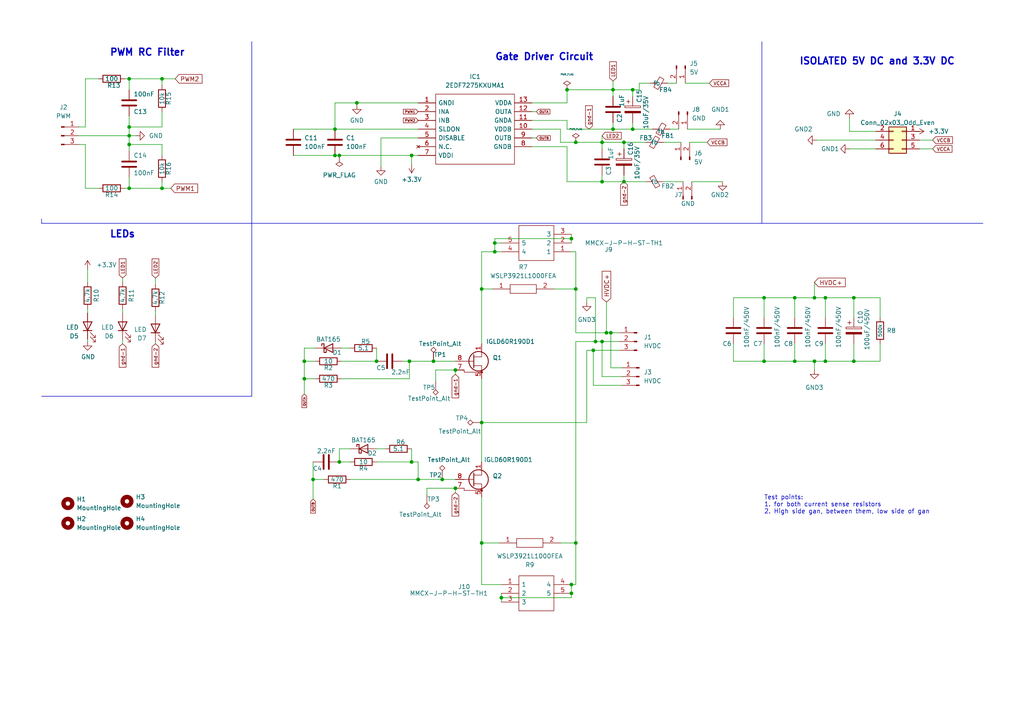
<source format=kicad_sch>
(kicad_sch (version 20230121) (generator eeschema)
  (paper "A4")
  (lib_symbols
    (symbol "2EDF7275KXUMA1:2EDF7275KXUMA1" (pin_names (offset 0.762))
      (property "Reference" "IC" (at 29.21 7.62 0))
      (property "Value" "2EDF7275KXUMA1" (at 29.21 5.08 0))
      (symbol "2EDF7275KXUMA1_0_0"
        (pin passive line (at 0 0 0) (length 5.08) (name "GNDI") (number "1"))
        (pin passive line (at 33.02 -7.62 180) (length 5.08) (name "VDDB") (number "10"))
        (pin passive line (at 33.02 -5.08 180) (length 5.08) (name "GNDA") (number "11"))
        (pin passive line (at 33.02 -2.54 180) (length 5.08) (name "OUTA") (number "12"))
        (pin passive line (at 33.02 0 180) (length 5.08) (name "VDDA") (number "13"))
        (pin passive line (at 0 -2.54 0) (length 5.08) (name "INA") (number "2"))
        (pin passive line (at 0 -5.08 0) (length 5.08) (name "INB") (number "3"))
        (pin passive line (at 0 -7.62 0) (length 5.08) (name "SLDON") (number "4"))
        (pin passive line (at 0 -10.16 0) (length 5.08) (name "DISABLE") (number "5"))
        (pin no_connect line (at 0 -12.7 0) (length 5.08) (name "N.C.") (number "6"))
        (pin passive line (at 0 -15.24 0) (length 5.08) (name "VDDI") (number "7"))
        (pin passive line (at 33.02 -12.7 180) (length 5.08) (name "GNDB") (number "8"))
        (pin passive line (at 33.02 -10.16 180) (length 5.08) (name "OUTB") (number "9"))
      )
      (symbol "2EDF7275KXUMA1_0_1"
        (polyline (pts (xy 5.08 2.54) (xy 27.94 2.54) (xy 27.94 -17.78) (xy 5.08 -17.78) (xy 5.08 2.54)) (stroke (width 0.1524)))
      )
    )
    (symbol "Connector:Conn_01x02_Male" (pin_names (offset 1.016) hide)
      (property "Reference" "J" (at 0 2.54 0))
      (property "Value" "Conn_01x02_Male" (at 0 -5.08 0))
      (symbol "Conn_01x02_Male_1_1"
        (polyline (pts (xy 1.27 -2.54) (xy 0.8636 -2.54)) (stroke (width 0.1524)))
        (polyline (pts (xy 1.27 0) (xy 0.8636 0)) (stroke (width 0.1524)))
        (rectangle (start 0.8636 -2.413) (end 0 -2.667) (stroke (width 0.1524)) (fill (type outline)))
        (rectangle (start 0.8636 0.127) (end 0 -0.127) (stroke (width 0.1524)) (fill (type outline)))
        (pin passive line (at 5.08 0 180) (length 3.81) (name "Pin_1") (number "1"))
        (pin passive line (at 5.08 -2.54 180) (length 3.81) (name "Pin_2") (number "2"))
      )
    )
    (symbol "Connector:Conn_01x03_Male" (pin_names (offset 1.016) hide)
      (property "Reference" "J" (at 0 5.08 0))
      (property "Value" "Conn_01x03_Male" (at 0 -5.08 0))
      (symbol "Conn_01x03_Male_1_1"
        (polyline (pts (xy 1.27 -2.54) (xy 0.8636 -2.54)) (stroke (width 0.1524)))
        (polyline (pts (xy 1.27 0) (xy 0.8636 0)) (stroke (width 0.1524)))
        (polyline (pts (xy 1.27 2.54) (xy 0.8636 2.54)) (stroke (width 0.1524)))
        (rectangle (start 0.8636 -2.413) (end 0 -2.667) (stroke (width 0.1524)) (fill (type outline)))
        (rectangle (start 0.8636 0.127) (end 0 -0.127) (stroke (width 0.1524)) (fill (type outline)))
        (rectangle (start 0.8636 2.667) (end 0 2.413) (stroke (width 0.1524)) (fill (type outline)))
        (pin passive line (at 5.08 2.54 180) (length 3.81) (name "Pin_1") (number "1"))
        (pin passive line (at 5.08 0 180) (length 3.81) (name "Pin_2") (number "2"))
        (pin passive line (at 5.08 -2.54 180) (length 3.81) (name "Pin_3") (number "3"))
      )
    )
    (symbol "Connector:TestPoint_Alt" (pin_numbers hide) (pin_names (offset 0.762) hide)
      (property "Reference" "TP" (at 0 6.858 0))
      (property "Value" "TestPoint_Alt" (at 0 5.08 0))
      (symbol "TestPoint_Alt_0_1"
        (polyline (pts (xy 0 2.54) (xy -0.762 3.302) (xy 0 4.064) (xy 0.762 3.302) (xy 0 2.54)))
      )
      (symbol "TestPoint_Alt_1_1"
        (pin passive line (at 0 0 90) (length 2.54) (name "1") (number "1"))
      )
    )
    (symbol "Connector_Generic:Conn_02x03_Odd_Even" (pin_names (offset 1.016) hide)
      (property "Reference" "J" (at 1.27 5.08 0))
      (property "Value" "Conn_02x03_Odd_Even" (at 1.27 -5.08 0))
      (symbol "Conn_02x03_Odd_Even_1_1"
        (rectangle (start -1.27 -2.413) (end 0 -2.667) (stroke (width 0.1524)))
        (rectangle (start -1.27 0.127) (end 0 -0.127) (stroke (width 0.1524)))
        (rectangle (start -1.27 2.667) (end 0 2.413) (stroke (width 0.1524)))
        (rectangle (start -1.27 3.81) (end 3.81 -3.81) (stroke (width 0.254)) (fill (type background)))
        (rectangle (start 3.81 -2.413) (end 2.54 -2.667) (stroke (width 0.1524)))
        (rectangle (start 3.81 0.127) (end 2.54 -0.127) (stroke (width 0.1524)))
        (rectangle (start 3.81 2.667) (end 2.54 2.413) (stroke (width 0.1524)))
        (pin passive line (at -5.08 2.54 0) (length 3.81) (name "Pin_1") (number "1"))
        (pin passive line (at 7.62 2.54 180) (length 3.81) (name "Pin_2") (number "2"))
        (pin passive line (at -5.08 0 0) (length 3.81) (name "Pin_3") (number "3"))
        (pin passive line (at 7.62 0 180) (length 3.81) (name "Pin_4") (number "4"))
        (pin passive line (at -5.08 -2.54 0) (length 3.81) (name "Pin_5") (number "5"))
        (pin passive line (at 7.62 -2.54 180) (length 3.81) (name "Pin_6") (number "6"))
      )
    )
    (symbol "Device:C" (pin_numbers hide) (pin_names (offset 0.254))
      (property "Reference" "C" (at 0.635 2.54 0))
      (property "Value" "C" (at 0.635 -2.54 0))
      (symbol "C_0_1"
        (polyline (pts (xy -2.032 -0.762) (xy 2.032 -0.762)) (stroke (width 0.508)))
        (polyline (pts (xy -2.032 0.762) (xy 2.032 0.762)) (stroke (width 0.508)))
      )
      (symbol "C_1_1"
        (pin passive line (at 0 3.81 270) (length 2.794) (name "~") (number "1"))
        (pin passive line (at 0 -3.81 90) (length 2.794) (name "~") (number "2"))
      )
    )
    (symbol "Device:C_Polarized" (pin_numbers hide) (pin_names (offset 0.254))
      (property "Reference" "C" (at 0.635 2.54 0))
      (property "Value" "C_Polarized" (at 0.635 -2.54 0))
      (symbol "C_Polarized_0_1"
        (rectangle (start -2.286 0.508) (end 2.286 1.016))
        (polyline (pts (xy -1.778 2.286) (xy -0.762 2.286)))
        (polyline (pts (xy -1.27 2.794) (xy -1.27 1.778)))
        (rectangle (start 2.286 -0.508) (end -2.286 -1.016) (fill (type outline)))
      )
      (symbol "C_Polarized_1_1"
        (pin passive line (at 0 3.81 270) (length 2.794) (name "~") (number "1"))
        (pin passive line (at 0 -3.81 90) (length 2.794) (name "~") (number "2"))
      )
    )
    (symbol "Device:D_Schottky" (pin_numbers hide) (pin_names (offset 1.016) hide)
      (property "Reference" "D" (at 0 2.54 0))
      (property "Value" "D_Schottky" (at 0 -2.54 0))
      (symbol "D_Schottky_0_1"
        (polyline (pts (xy 1.27 0) (xy -1.27 0)))
        (polyline (pts (xy 1.27 1.27) (xy 1.27 -1.27) (xy -1.27 0) (xy 1.27 1.27)) (stroke (width 0.254)))
        (polyline (pts (xy -1.905 0.635) (xy -1.905 1.27) (xy -1.27 1.27) (xy -1.27 -1.27) (xy -0.635 -1.27) (xy -0.635 -0.635)) (stroke (width 0.254)))
      )
      (symbol "D_Schottky_1_1"
        (pin passive line (at -3.81 0 0) (length 2.54) (name "K") (number "1"))
        (pin passive line (at 3.81 0 180) (length 2.54) (name "A") (number "2"))
      )
    )
    (symbol "Device:FerriteBead_Small" (pin_numbers hide) (pin_names (offset 0))
      (property "Reference" "FB" (at 1.905 1.27 0))
      (property "Value" "FerriteBead_Small" (at 1.905 -1.27 0))
      (symbol "FerriteBead_Small_0_1"
        (polyline (pts (xy 0 -1.27) (xy 0 -0.7874)))
        (polyline (pts (xy 0 0.889) (xy 0 1.2954)))
        (polyline (pts (xy -1.8288 0.2794) (xy -1.1176 1.4986) (xy 1.8288 -0.2032) (xy 1.1176 -1.4224) (xy -1.8288 0.2794)))
      )
      (symbol "FerriteBead_Small_1_1"
        (pin passive line (at 0 2.54 270) (length 1.27) (name "~") (number "1"))
        (pin passive line (at 0 -2.54 90) (length 1.27) (name "~") (number "2"))
      )
    )
    (symbol "Device:LED" (pin_numbers hide) (pin_names (offset 1.016) hide)
      (property "Reference" "D" (at 0 2.54 0))
      (property "Value" "LED" (at 0 -2.54 0))
      (symbol "LED_0_1"
        (polyline (pts (xy -1.27 -1.27) (xy -1.27 1.27)) (stroke (width 0.254)))
        (polyline (pts (xy -1.27 0) (xy 1.27 0)))
        (polyline (pts (xy 1.27 -1.27) (xy 1.27 1.27) (xy -1.27 0) (xy 1.27 -1.27)) (stroke (width 0.254)))
        (polyline (pts (xy -3.048 -0.762) (xy -4.572 -2.286) (xy -3.81 -2.286) (xy -4.572 -2.286) (xy -4.572 -1.524)))
        (polyline (pts (xy -1.778 -0.762) (xy -3.302 -2.286) (xy -2.54 -2.286) (xy -3.302 -2.286) (xy -3.302 -1.524)))
      )
      (symbol "LED_1_1"
        (pin passive line (at -3.81 0 0) (length 2.54) (name "K") (number "1"))
        (pin passive line (at 3.81 0 180) (length 2.54) (name "A") (number "2"))
      )
    )
    (symbol "Device:R" (pin_numbers hide) (pin_names (offset 0))
      (property "Reference" "R" (at 2.032 0 90))
      (property "Value" "R" (at 0 0 90))
      (symbol "R_0_1"
        (rectangle (start -1.016 -2.54) (end 1.016 2.54) (stroke (width 0.254)))
      )
      (symbol "R_1_1"
        (pin passive line (at 0 3.81 270) (length 1.27) (name "~") (number "1"))
        (pin passive line (at 0 -3.81 90) (length 1.27) (name "~") (number "2"))
      )
    )
    (symbol "MMCX-J-P-H-ST-TH1:MMCX-J-P-H-ST-TH1" (pin_names (offset 0.762))
      (property "Reference" "J" (at 16.51 7.62 0))
      (property "Value" "MMCX-J-P-H-ST-TH1" (at 16.51 5.08 0))
      (symbol "MMCX-J-P-H-ST-TH1_0_0"
        (pin passive line (at 0 0 0) (length 5.08) (name "1") (number "1"))
        (pin passive line (at 0 -2.54 0) (length 5.08) (name "2") (number "2"))
        (pin passive line (at 0 -5.08 0) (length 5.08) (name "3") (number "3"))
        (pin passive line (at 20.32 0 180) (length 5.08) (name "4") (number "4"))
        (pin passive line (at 20.32 -2.54 180) (length 5.08) (name "5") (number "5"))
      )
      (symbol "MMCX-J-P-H-ST-TH1_0_1"
        (polyline (pts (xy 5.08 2.54) (xy 15.24 2.54) (xy 15.24 -7.62) (xy 5.08 -7.62) (xy 5.08 2.54)) (stroke (width 0.1524)))
      )
    )
    (symbol "Mechanical:MountingHole" (pin_names (offset 1.016))
      (property "Reference" "H" (at 0 5.08 0))
      (property "Value" "MountingHole" (at 0 3.175 0))
      (symbol "MountingHole_0_1"
        (circle (center 0 0) (radius 1.27) (stroke (width 1.27)))
      )
    )
    (symbol "Transistor_FET:IGLD60R190D1" (pin_names (offset 0) hide)
      (property "Reference" "Q" (at 5.08 1.905 0))
      (property "Value" "IGLD60R190D1" (at 5.08 0 0))
      (symbol "IGLD60R190D1_0_1"
        (polyline (pts (xy -2.54 0) (xy 0.254 0)))
        (polyline (pts (xy -2.54 -2.54) (xy -2.54 -3.175) (xy 2.54 -3.175)))
        (polyline (pts (xy 0.254 -1.27) (xy 2.54 -1.27) (xy 2.54 -2.54)))
        (polyline (pts (xy 0.254 1.905) (xy 0.254 -1.905) (xy 0.254 -1.905)) (stroke (width 0.254)))
        (polyline (pts (xy 2.54 2.54) (xy 2.54 1.27) (xy 0.254 1.27)))
        (circle (center 1.651 0) (radius 2.8194) (stroke (width 0.254)))
        (circle (center 2.54 -3.175) (radius 0.2794) (fill (type outline)))
      )
      (symbol "IGLD60R190D1_1_1"
        (pin passive line (at 2.54 5.08 270) (length 2.54) (name "D") (number "1"))
        (pin passive line (at 2.54 5.08 270) (length 2.54) hide (name "D") (number "2"))
        (pin passive line (at 2.54 5.08 270) (length 2.54) hide (name "D") (number "3"))
        (pin passive line (at 2.54 5.08 270) (length 2.54) hide (name "D") (number "4"))
        (pin passive line (at 2.54 -5.08 90) (length 2.54) (name "S") (number "5"))
        (pin passive line (at 2.54 -5.08 90) (length 2.54) hide (name "S") (number "6"))
        (pin passive line (at -5.08 -2.54 0) (length 2.54) (name "SS") (number "7"))
        (pin input line (at -5.08 0 0) (length 2.54) (name "G") (number "8"))
        (pin passive line (at 2.54 -5.08 90) (length 2.54) hide (name "S") (number "9"))
      )
    )
    (symbol "WSLP3921L1000FEA:WSLP3921L1000FEA" (pin_names (offset 0.762))
      (property "Reference" "R" (at 13.97 6.35 0))
      (property "Value" "WSLP3921L1000FEA" (at 13.97 3.81 0))
      (symbol "WSLP3921L1000FEA_0_0"
        (pin passive line (at 0 0 0) (length 5.08) (name "~") (number "1"))
        (pin passive line (at 17.78 0 180) (length 5.08) (name "~") (number "2"))
      )
      (symbol "WSLP3921L1000FEA_0_1"
        (polyline (pts (xy 5.08 1.27) (xy 12.7 1.27) (xy 12.7 -1.27) (xy 5.08 -1.27) (xy 5.08 1.27)) (stroke (width 0.1524)))
      )
    )
    (symbol "power:+3.3V" (power) (pin_names (offset 0))
      (property "Value" "+3.3V" (at 0 3.556 0))
      (symbol "+3.3V_0_1"
        (polyline (pts (xy -0.762 1.27) (xy 0 2.54)))
        (polyline (pts (xy 0 0) (xy 0 2.54)))
        (polyline (pts (xy 0 2.54) (xy 0.762 1.27)))
      )
      (symbol "+3.3V_1_1"
        (pin power_in line (at 0 0 90) (length 0) hide (name "+3.3V") (number "1"))
      )
    )
    (symbol "power:GND" (power) (pin_names (offset 0))
      (property "Value" "GND" (at 0 -3.81 0))
      (symbol "GND_0_1"
        (polyline (pts (xy 0 0) (xy 0 -1.27) (xy 1.27 -1.27) (xy 0 -2.54) (xy -1.27 -1.27) (xy 0 -1.27)))
      )
      (symbol "GND_1_1"
        (pin power_in line (at 0 0 270) (length 0) hide (name "GND") (number "1"))
      )
    )
    (symbol "power:GND1" (power) (pin_names (offset 0))
      (property "Value" "GND1" (at 0 -3.81 0))
      (symbol "GND1_0_1"
        (polyline (pts (xy 0 0) (xy 0 -1.27) (xy 1.27 -1.27) (xy 0 -2.54) (xy -1.27 -1.27) (xy 0 -1.27)))
      )
      (symbol "GND1_1_1"
        (pin power_in line (at 0 0 270) (length 0) hide (name "GND1") (number "1"))
      )
    )
    (symbol "power:GND2" (power) (pin_names (offset 0))
      (property "Value" "GND2" (at 0 -3.81 0))
      (symbol "GND2_0_1"
        (polyline (pts (xy 0 0) (xy 0 -1.27) (xy 1.27 -1.27) (xy 0 -2.54) (xy -1.27 -1.27) (xy 0 -1.27)))
      )
      (symbol "GND2_1_1"
        (pin power_in line (at 0 0 270) (length 0) hide (name "GND2") (number "1"))
      )
    )
    (symbol "power:GND3" (power) (pin_names (offset 0))
      (property "Value" "GND3" (at 0 -3.81 0))
      (symbol "GND3_0_1"
        (polyline (pts (xy 0 0) (xy 0 -1.27) (xy 1.27 -1.27) (xy 0 -2.54) (xy -1.27 -1.27) (xy 0 -1.27)))
      )
      (symbol "GND3_1_1"
        (pin power_in line (at 0 0 270) (length 0) hide (name "GND3") (number "1"))
      )
    )
    (symbol "power:PWR_FLAG" (power) (pin_numbers hide) (pin_names (offset 0) hide)
      (property "Value" "PWR_FLAG" (at 0 3.81 0))
      (symbol "PWR_FLAG_0_0"
        (pin power_out line (at 0 0 90) (length 0) (name "pwr") (number "1"))
      )
      (symbol "PWR_FLAG_0_1"
        (polyline (pts (xy 0 0) (xy 0 1.27) (xy -1.016 1.905) (xy 0 2.54) (xy 1.016 1.905) (xy 0 1.27)))
      )
    )
  )
  (junction (at 183.515 26.035))
  (junction (at 247.65 104.775))
  (junction (at 139.7 83.82))
  (junction (at 37.465 54.61))
  (junction (at 145.415 173.355))
  (junction (at 109.22 104.775))
  (junction (at 177.165 96.52))
  (junction (at 98.425 45.085))
  (junction (at 230.505 104.775))
  (junction (at 177.8 26.035))
  (junction (at 236.22 86.36))
  (junction (at 119.38 45.085))
  (junction (at 119.38 133.985))
  (junction (at 97.155 37.465))
  (junction (at 230.505 86.36))
  (junction (at 180.975 52.705))
  (junction (at 172.72 99.06))
  (junction (at 88.265 104.775))
  (junction (at 37.465 41.91))
  (junction (at 174.625 41.275))
  (junction (at 236.22 104.775))
  (junction (at 97.155 45.085))
  (junction (at 174.625 52.705))
  (junction (at 46.99 22.86))
  (junction (at 175.895 96.52))
  (junction (at 139.7 122.555))
  (junction (at 103.505 29.845))
  (junction (at 90.805 139.065))
  (junction (at 46.99 54.61))
  (junction (at 132.08 141.605))
  (junction (at 132.08 107.315))
  (junction (at 98.425 133.985))
  (junction (at 37.465 36.83))
  (junction (at 165.735 169.545))
  (junction (at 239.395 86.36))
  (junction (at 143.51 73.025))
  (junction (at 143.51 70.485))
  (junction (at 165.735 69.215))
  (junction (at 128.27 139.065))
  (junction (at 139.7 157.48))
  (junction (at 164.465 26.035))
  (junction (at 183.515 37.465))
  (junction (at 118.745 104.775))
  (junction (at 167.005 83.82))
  (junction (at 239.395 104.775))
  (junction (at 172.085 101.6))
  (junction (at 37.465 39.37))
  (junction (at 37.465 22.86))
  (junction (at 174.625 99.06))
  (junction (at 88.265 109.855))
  (junction (at 167.005 157.48))
  (junction (at 121.285 139.065))
  (junction (at 165.735 172.085))
  (junction (at 180.975 41.275))
  (junction (at 125.73 104.775))
  (junction (at 247.65 86.36))
  (junction (at 221.615 104.775))
  (junction (at 221.615 86.36))
  (junction (at 167.005 41.275))
  (junction (at 177.8 37.465))
  (wire (pts (xy 98.425 130.175) (xy 101.6 130.175)))
  (wire (pts (xy 24.765 54.61) (xy 24.765 41.91)))
  (wire (pts (xy 164.465 42.545) (xy 154.305 42.545)))
  (wire (pts (xy 172.085 101.6) (xy 179.705 101.6)))
  (polyline (pts (xy 12.065 114.935) (xy 73.025 114.935)))
  (wire (pts (xy 98.425 45.085) (xy 98.425 45.72)))
  (wire (pts (xy 45.085 90.17) (xy 45.085 91.44)))
  (wire (pts (xy 97.155 37.465) (xy 121.285 37.465)))
  (wire (pts (xy 183.515 35.56) (xy 183.515 37.465)))
  (wire (pts (xy 177.8 27.94) (xy 177.8 26.035)))
  (wire (pts (xy 180.975 41.275) (xy 187.325 41.275)))
  (wire (pts (xy 99.06 104.775) (xy 109.22 104.775)))
  (wire (pts (xy 139.7 109.855) (xy 139.7 122.555)))
  (wire (pts (xy 180.34 106.68) (xy 177.165 106.68)))
  (wire (pts (xy 103.505 30.48) (xy 103.505 29.845)))
  (polyline (pts (xy 220.98 64.77) (xy 285.115 64.77)))
  (wire (pts (xy 266.7 40.64) (xy 270.51 40.64)))
  (wire (pts (xy 143.51 70.485) (xy 143.51 69.215)))
  (wire (pts (xy 143.51 69.215) (xy 165.735 69.215)))
  (wire (pts (xy 236.22 104.775) (xy 236.22 107.315)))
  (wire (pts (xy 154.305 40.005) (xy 155.575 40.005)))
  (wire (pts (xy 192.405 52.705) (xy 198.12 52.705)))
  (wire (pts (xy 239.395 86.36) (xy 236.22 86.36)))
  (wire (pts (xy 24.765 22.86) (xy 28.575 22.86)))
  (wire (pts (xy 165.735 169.545) (xy 167.005 169.545)))
  (wire (pts (xy 164.465 37.465) (xy 164.465 34.925)))
  (wire (pts (xy 192.405 41.275) (xy 197.485 41.275)))
  (wire (pts (xy 132.08 142.875) (xy 132.08 141.605)))
  (wire (pts (xy 177.165 106.68) (xy 177.165 96.52)))
  (polyline (pts (xy 220.98 12.065) (xy 220.98 64.77)))
  (wire (pts (xy 126.365 107.315) (xy 132.08 107.315)))
  (wire (pts (xy 165.735 172.085) (xy 165.735 173.355)))
  (wire (pts (xy 266.7 43.18) (xy 270.51 43.18)))
  (wire (pts (xy 85.09 37.465) (xy 97.155 37.465)))
  (wire (pts (xy 212.725 92.075) (xy 212.725 86.36)))
  (wire (pts (xy 145.415 73.025) (xy 143.51 73.025)))
  (wire (pts (xy 175.895 87.63) (xy 175.895 96.52)))
  (wire (pts (xy 174.625 41.275) (xy 180.975 41.275)))
  (wire (pts (xy 221.615 86.36) (xy 221.615 92.075)))
  (wire (pts (xy 165.735 67.945) (xy 165.735 69.215)))
  (wire (pts (xy 183.515 26.035) (xy 185.42 26.035)))
  (wire (pts (xy 110.49 40.005) (xy 110.49 48.26)))
  (wire (pts (xy 143.51 73.025) (xy 139.7 73.025)))
  (wire (pts (xy 164.465 29.845) (xy 164.465 26.035)))
  (wire (pts (xy 128.27 139.065) (xy 132.08 139.065)))
  (wire (pts (xy 175.895 96.52) (xy 177.165 96.52)))
  (wire (pts (xy 37.465 41.91) (xy 37.465 43.815)))
  (wire (pts (xy 165.735 69.215) (xy 165.735 70.485)))
  (wire (pts (xy 162.56 37.465) (xy 154.305 37.465)))
  (wire (pts (xy 183.515 37.465) (xy 189.23 37.465)))
  (wire (pts (xy 154.305 32.385) (xy 155.575 32.385)))
  (wire (pts (xy 230.505 86.36) (xy 230.505 92.075)))
  (wire (pts (xy 177.8 23.495) (xy 177.8 26.035)))
  (wire (pts (xy 212.725 104.775) (xy 212.725 99.695)))
  (wire (pts (xy 97.155 29.845) (xy 103.505 29.845)))
  (wire (pts (xy 170.18 122.555) (xy 170.18 101.6)))
  (wire (pts (xy 164.465 42.545) (xy 164.465 52.705)))
  (wire (pts (xy 167.005 41.275) (xy 174.625 41.275)))
  (wire (pts (xy 221.615 104.775) (xy 212.725 104.775)))
  (wire (pts (xy 46.99 24.765) (xy 46.99 22.86)))
  (wire (pts (xy 24.765 36.83) (xy 24.765 22.86)))
  (wire (pts (xy 103.505 29.845) (xy 121.285 29.845)))
  (wire (pts (xy 123.825 141.605) (xy 132.08 141.605)))
  (wire (pts (xy 37.465 22.86) (xy 37.465 26.035)))
  (wire (pts (xy 109.22 133.985) (xy 119.38 133.985)))
  (wire (pts (xy 200.66 52.705) (xy 209.55 52.705)))
  (wire (pts (xy 247.65 99.695) (xy 247.65 104.775)))
  (wire (pts (xy 35.56 80.645) (xy 35.56 81.915)))
  (wire (pts (xy 162.56 41.275) (xy 167.005 41.275)))
  (wire (pts (xy 90.805 139.065) (xy 90.805 133.985)))
  (wire (pts (xy 145.415 70.485) (xy 143.51 70.485)))
  (wire (pts (xy 121.285 139.065) (xy 128.27 139.065)))
  (wire (pts (xy 221.615 99.695) (xy 221.615 104.775)))
  (polyline (pts (xy 73.025 64.77) (xy 73.025 114.935)))
  (wire (pts (xy 123.825 143.51) (xy 123.825 141.605)))
  (wire (pts (xy 164.465 37.465) (xy 177.8 37.465)))
  (wire (pts (xy 167.005 157.48) (xy 167.005 169.545)))
  (wire (pts (xy 101.6 133.985) (xy 98.425 133.985)))
  (wire (pts (xy 172.085 111.76) (xy 172.085 101.6)))
  (wire (pts (xy 247.65 86.36) (xy 239.395 86.36)))
  (wire (pts (xy 255.27 86.36) (xy 247.65 86.36)))
  (wire (pts (xy 93.98 139.065) (xy 90.805 139.065)))
  (wire (pts (xy 170.18 86.36) (xy 170.18 87.63)))
  (wire (pts (xy 116.84 104.775) (xy 118.745 104.775)))
  (wire (pts (xy 46.99 45.085) (xy 46.99 41.91)))
  (wire (pts (xy 88.265 114.3) (xy 88.265 109.855)))
  (wire (pts (xy 139.7 122.555) (xy 139.7 133.985)))
  (wire (pts (xy 174.625 50.8) (xy 174.625 52.705)))
  (wire (pts (xy 164.465 26.035) (xy 177.8 26.035)))
  (wire (pts (xy 230.505 99.695) (xy 230.505 104.775)))
  (wire (pts (xy 145.415 173.355) (xy 145.415 174.625)))
  (wire (pts (xy 139.7 73.025) (xy 139.7 83.82)))
  (wire (pts (xy 22.86 36.83) (xy 24.765 36.83)))
  (wire (pts (xy 35.56 99.695) (xy 35.56 98.425)))
  (polyline (pts (xy 220.98 64.77) (xy 73.025 64.77)))
  (wire (pts (xy 37.465 33.655) (xy 37.465 36.83)))
  (wire (pts (xy 22.86 41.91) (xy 24.765 41.91)))
  (wire (pts (xy 247.65 104.775) (xy 255.27 104.775)))
  (wire (pts (xy 99.06 100.965) (xy 101.6 100.965)))
  (wire (pts (xy 118.745 104.775) (xy 125.73 104.775)))
  (wire (pts (xy 199.39 37.465) (xy 208.915 37.465)))
  (wire (pts (xy 119.38 45.085) (xy 119.38 47.625)))
  (wire (pts (xy 162.56 41.275) (xy 162.56 37.465)))
  (wire (pts (xy 25.4 78.105) (xy 25.4 81.915)))
  (wire (pts (xy 180.975 50.8) (xy 180.975 52.705)))
  (wire (pts (xy 36.195 54.61) (xy 37.465 54.61)))
  (wire (pts (xy 46.99 54.61) (xy 37.465 54.61)))
  (wire (pts (xy 139.7 169.545) (xy 139.7 157.48)))
  (wire (pts (xy 91.44 104.775) (xy 88.265 104.775)))
  (wire (pts (xy 164.465 52.705) (xy 174.625 52.705)))
  (wire (pts (xy 46.99 32.385) (xy 46.99 36.83)))
  (wire (pts (xy 174.625 52.705) (xy 180.975 52.705)))
  (wire (pts (xy 126.365 110.49) (xy 126.365 107.315)))
  (wire (pts (xy 160.655 83.82) (xy 167.005 83.82)))
  (wire (pts (xy 46.99 22.86) (xy 37.465 22.86)))
  (wire (pts (xy 139.7 122.555) (xy 170.18 122.555)))
  (wire (pts (xy 22.86 39.37) (xy 37.465 39.37)))
  (wire (pts (xy 37.465 54.61) (xy 37.465 51.435)))
  (wire (pts (xy 165.735 169.545) (xy 165.735 172.085)))
  (wire (pts (xy 90.805 144.78) (xy 90.805 139.065)))
  (wire (pts (xy 85.09 45.085) (xy 97.155 45.085)))
  (wire (pts (xy 172.72 86.36) (xy 172.72 99.06)))
  (wire (pts (xy 119.38 45.085) (xy 121.285 45.085)))
  (wire (pts (xy 198.755 24.13) (xy 205.74 24.13)))
  (wire (pts (xy 266.7 38.1) (xy 265.43 38.1)))
  (wire (pts (xy 145.415 172.085) (xy 145.415 173.355)))
  (wire (pts (xy 109.22 104.775) (xy 109.22 100.965)))
  (wire (pts (xy 139.7 144.145) (xy 139.7 157.48)))
  (polyline (pts (xy 73.025 64.77) (xy 12.065 64.77)))
  (wire (pts (xy 255.27 99.695) (xy 255.27 104.775)))
  (wire (pts (xy 37.465 36.83) (xy 37.465 39.37)))
  (wire (pts (xy 139.7 83.82) (xy 139.7 99.695)))
  (wire (pts (xy 230.505 104.775) (xy 221.615 104.775)))
  (wire (pts (xy 46.99 54.61) (xy 49.53 54.61)))
  (wire (pts (xy 167.005 73.025) (xy 167.005 83.82)))
  (wire (pts (xy 46.99 22.86) (xy 50.8 22.86)))
  (wire (pts (xy 167.005 96.52) (xy 175.895 96.52)))
  (wire (pts (xy 45.085 99.695) (xy 45.085 99.06)))
  (wire (pts (xy 46.99 36.83) (xy 37.465 36.83)))
  (wire (pts (xy 139.7 169.545) (xy 145.415 169.545)))
  (wire (pts (xy 167.005 99.06) (xy 172.72 99.06)))
  (wire (pts (xy 25.4 89.535) (xy 25.4 90.805)))
  (wire (pts (xy 37.465 39.37) (xy 39.37 39.37)))
  (wire (pts (xy 180.975 43.18) (xy 180.975 41.275)))
  (wire (pts (xy 183.515 27.94) (xy 183.515 26.035)))
  (wire (pts (xy 99.06 109.855) (xy 118.745 109.855)))
  (wire (pts (xy 97.155 29.845) (xy 97.155 37.465)))
  (wire (pts (xy 167.005 83.82) (xy 167.005 96.52)))
  (wire (pts (xy 139.7 157.48) (xy 144.78 157.48)))
  (wire (pts (xy 167.005 99.06) (xy 167.005 157.48)))
  (wire (pts (xy 88.265 109.855) (xy 88.265 104.775)))
  (wire (pts (xy 236.855 40.64) (xy 254 40.64)))
  (wire (pts (xy 236.22 104.775) (xy 239.395 104.775)))
  (wire (pts (xy 185.42 24.13) (xy 188.595 24.13)))
  (wire (pts (xy 46.99 41.91) (xy 37.465 41.91)))
  (wire (pts (xy 239.395 99.695) (xy 239.395 104.775)))
  (wire (pts (xy 132.08 108.585) (xy 132.08 107.315)))
  (wire (pts (xy 119.38 133.985) (xy 119.38 130.175)))
  (wire (pts (xy 125.73 104.775) (xy 132.08 104.775)))
  (wire (pts (xy 91.44 109.855) (xy 88.265 109.855)))
  (wire (pts (xy 174.625 41.275) (xy 174.625 43.18)))
  (wire (pts (xy 121.285 139.065) (xy 121.285 133.985)))
  (wire (pts (xy 185.42 24.13) (xy 185.42 26.035)))
  (wire (pts (xy 28.575 54.61) (xy 24.765 54.61)))
  (wire (pts (xy 180.975 52.705) (xy 187.325 52.705)))
  (wire (pts (xy 255.27 92.075) (xy 255.27 86.36)))
  (wire (pts (xy 247.65 86.36) (xy 247.65 92.075)))
  (wire (pts (xy 246.38 43.18) (xy 254 43.18)))
  (wire (pts (xy 46.99 52.705) (xy 46.99 54.61)))
  (wire (pts (xy 98.425 133.985) (xy 98.425 130.175)))
  (wire (pts (xy 164.465 34.925) (xy 154.305 34.925)))
  (wire (pts (xy 194.31 37.465) (xy 196.85 37.465)))
  (wire (pts (xy 177.165 96.52) (xy 179.705 96.52)))
  (wire (pts (xy 239.395 86.36) (xy 239.395 92.075)))
  (wire (pts (xy 37.465 41.91) (xy 37.465 39.37)))
  (wire (pts (xy 236.22 81.915) (xy 236.22 86.36)))
  (wire (pts (xy 172.72 99.06) (xy 174.625 99.06)))
  (wire (pts (xy 246.38 38.1) (xy 254 38.1)))
  (wire (pts (xy 180.34 109.22) (xy 174.625 109.22)))
  (wire (pts (xy 236.22 86.36) (xy 230.505 86.36)))
  (wire (pts (xy 25.4 99.06) (xy 25.4 98.425)))
  (wire (pts (xy 35.56 89.535) (xy 35.56 90.805)))
  (wire (pts (xy 212.725 86.36) (xy 221.615 86.36)))
  (wire (pts (xy 36.195 22.86) (xy 37.465 22.86)))
  (wire (pts (xy 88.265 100.965) (xy 91.44 100.965)))
  (wire (pts (xy 177.8 26.035) (xy 183.515 26.035)))
  (wire (pts (xy 121.285 133.985) (xy 119.38 133.985)))
  (wire (pts (xy 230.505 104.775) (xy 236.22 104.775)))
  (wire (pts (xy 246.38 34.29) (xy 246.38 38.1)))
  (wire (pts (xy 172.72 86.36) (xy 170.18 86.36)))
  (wire (pts (xy 174.625 99.06) (xy 179.705 99.06)))
  (polyline (pts (xy 12.065 63.5) (xy 12.065 64.77)))
  (wire (pts (xy 110.49 40.005) (xy 121.285 40.005)))
  (wire (pts (xy 118.745 109.855) (xy 118.745 104.775)))
  (wire (pts (xy 165.735 173.355) (xy 145.415 173.355)))
  (wire (pts (xy 180.34 111.76) (xy 172.085 111.76)))
  (wire (pts (xy 109.22 130.175) (xy 111.76 130.175)))
  (wire (pts (xy 205.105 41.275) (xy 200.025 41.275)))
  (wire (pts (xy 177.8 35.56) (xy 177.8 37.465)))
  (wire (pts (xy 174.625 109.22) (xy 174.625 99.06)))
  (wire (pts (xy 143.51 70.485) (xy 143.51 73.025)))
  (wire (pts (xy 177.8 37.465) (xy 183.515 37.465)))
  (wire (pts (xy 98.425 45.085) (xy 119.38 45.085)))
  (wire (pts (xy 165.735 73.025) (xy 167.005 73.025)))
  (wire (pts (xy 162.56 157.48) (xy 167.005 157.48)))
  (wire (pts (xy 174.625 39.37) (xy 174.625 41.275)))
  (polyline (pts (xy 73.025 12.065) (xy 73.025 64.77)))
  (wire (pts (xy 101.6 139.065) (xy 121.285 139.065)))
  (wire (pts (xy 239.395 104.775) (xy 247.65 104.775)))
  (wire (pts (xy 230.505 86.36) (xy 221.615 86.36)))
  (wire (pts (xy 88.265 104.775) (xy 88.265 100.965)))
  (wire (pts (xy 139.7 83.82) (xy 142.875 83.82)))
  (wire (pts (xy 154.305 29.845) (xy 164.465 29.845)))
  (wire (pts (xy 170.18 101.6) (xy 172.085 101.6)))
  (wire (pts (xy 97.155 45.085) (xy 98.425 45.085)))
  (wire (pts (xy 193.675 24.13) (xy 196.215 24.13)))
  (wire (pts (xy 45.085 80.645) (xy 45.085 82.55)))
  (text "Test points: \n1. for both current sense resistors\n2. High side gan, between them, low side of gan\n" (at 221.615 149.225 0) (effects (font (size 1.27 1.27)) (justify left bottom)))
  (text "LEDs" (at 31.75 69.215 0) (effects (font (size 2 2) (thickness 0.4) bold) (justify left bottom)))
  (text "ISOLATED 5V DC and 3.3V DC" (at 231.775 19.05 0) (effects (font (size 2 2) (thickness 0.4) bold) (justify left bottom)))
  (text "PWM RC Filter" (at 31.75 16.51 0) (effects (font (size 2 2) (thickness 0.4) bold) (justify left bottom)))
  (text "Gate Driver Circuit" (at 143.51 17.78 0) (effects (font (size 2 2) (thickness 0.4) bold) (justify left bottom)))
  (global_label "VCCA" (shape input) (at 270.51 43.18 0) (effects (font (size 1 1))) (property "Intersheetrefs" "${INTERSHEET_REFS}" (effects hide)))
  (global_label "HVDC+" (shape input) (at 175.895 87.63 90) (property "Intersheetrefs" "${INTERSHEET_REFS}" (effects hide)))
  (global_label "LED1" (shape input) (at 177.8 23.495 90) (effects (font (size 1 1))) (property "Intersheetrefs" "${INTERSHEET_REFS}" (effects hide)))
  (global_label "VCCB" (shape input) (at 270.51 40.64 0) (effects (font (size 1 1))) (property "Intersheetrefs" "${INTERSHEET_REFS}" (effects hide)))
  (global_label "PWM1" (shape input) (at 49.53 54.61 0) (property "Intersheetrefs" "${INTERSHEET_REFS}" (effects hide)))
  (global_label "PWM2" (shape input) (at 50.8 22.86 0) (property "Intersheetrefs" "${INTERSHEET_REFS}" (effects hide)))
  (global_label "PWM2" (shape input) (at 121.285 34.925 180) (effects (font (size 0.7 0.7))) (property "Intersheetrefs" "${INTERSHEET_REFS}" (effects hide)))
  (global_label "gnd-1" (shape input) (at 170.815 37.465 90) (effects (font (size 1 1))) (property "Intersheetrefs" "${INTERSHEET_REFS}" (effects hide)))
  (global_label "OUTB" (shape input) (at 155.575 40.005 0) (effects (font (size 0.7 0.7))) (property "Intersheetrefs" "${INTERSHEET_REFS}" (effects hide)))
  (global_label "gnd-2" (shape input) (at 45.085 99.695 270) (effects (font (size 1 1))) (property "Intersheetrefs" "${INTERSHEET_REFS}" (effects hide)))
  (global_label "VCCA" (shape input) (at 205.74 24.13 0) (effects (font (size 1 1))) (property "Intersheetrefs" "${INTERSHEET_REFS}" (effects hide)))
  (global_label "LED2" (shape input) (at 174.625 39.37 0) (effects (font (size 1 1))) (property "Intersheetrefs" "${INTERSHEET_REFS}" (effects hide)))
  (global_label "LED2" (shape input) (at 45.085 80.645 90) (effects (font (size 1 1))) (property "Intersheetrefs" "${INTERSHEET_REFS}" (effects hide)))
  (global_label "OUTA" (shape input) (at 88.265 114.3 270) (effects (font (size 0.7 0.7))) (property "Intersheetrefs" "${INTERSHEET_REFS}" (effects hide)))
  (global_label "gnd-2" (shape input) (at 180.975 52.705 270) (effects (font (size 1 1))) (property "Intersheetrefs" "${INTERSHEET_REFS}" (effects hide)))
  (global_label "OUTB" (shape input) (at 90.805 144.78 270) (effects (font (size 0.7 0.7))) (property "Intersheetrefs" "${INTERSHEET_REFS}" (effects hide)))
  (global_label "LED1" (shape input) (at 35.56 80.645 90) (effects (font (size 1 1))) (property "Intersheetrefs" "${INTERSHEET_REFS}" (effects hide)))
  (global_label "OUTA" (shape input) (at 155.575 32.385 0) (effects (font (size 0.7 0.7))) (property "Intersheetrefs" "${INTERSHEET_REFS}" (effects hide)))
  (global_label "gnd-2" (shape input) (at 132.08 142.875 270) (effects (font (size 1 1))) (property "Intersheetrefs" "${INTERSHEET_REFS}" (effects hide)))
  (global_label "gnd-1" (shape input) (at 132.08 108.585 270) (effects (font (size 1 1))) (property "Intersheetrefs" "${INTERSHEET_REFS}" (effects hide)))
  (global_label "VCCB" (shape input) (at 205.105 41.275 0) (effects (font (size 1 1))) (property "Intersheetrefs" "${INTERSHEET_REFS}" (effects hide)))
  (global_label "HVDC+" (shape input) (at 236.22 81.915 0) (property "Intersheetrefs" "${INTERSHEET_REFS}" (effects hide)))
  (global_label "PWM1" (shape input) (at 121.285 32.385 180) (effects (font (size 0.7 0.7))) (property "Intersheetrefs" "${INTERSHEET_REFS}" (effects hide)))
  (global_label "gnd-1" (shape input) (at 35.56 99.695 270) (effects (font (size 1 1))) (property "Intersheetrefs" "${INTERSHEET_REFS}" (effects hide)))
  (symbol (lib_id "Device:FerriteBead_Small") (at 189.865 52.705 270) (mirror x) (unit 1)
    (property "Reference" "FB2" (at 193.675 53.975 90))
    (property "Value" "fb" (at 189.865 52.705 90))
    (property "Footprint" "Resistor_SMD:R_0805_2012Metric" (effects hide))
  )
  (symbol (lib_id "Connector:Conn_01x03_Male") (at 185.42 109.22 0) (mirror y) (unit 1)
    (property "Reference" "J3" (at 186.69 107.9499 0) (effects (justify right)))
    (property "Value" "HVDC" (at 186.69 110.4899 0) (effects (justify right)))
    (property "Footprint" "Connector_Molex:Molex_KK-396_A-41791-0003_1x03_P3.96mm_Vertical" (effects hide))
  )
  (symbol (lib_id "power:GND2") (at 236.855 40.64 270) (mirror x) (unit 1)
    (property "Reference" "#PWR05" (effects hide))
    (property "Value" "GND2" (at 233.045 37.465 90))
  )
  (symbol (lib_id "Device:R") (at 95.25 109.855 90) (unit 1)
    (property "Reference" "R3" (at 95.25 111.76 90))
    (property "Value" "470" (at 95.25 109.855 90))
    (property "Footprint" "Resistor_SMD:R_0805_2012Metric" (effects hide))
  )
  (symbol (lib_id "power:PWR_FLAG") (at 164.465 26.035 0) (unit 1)
    (property "Reference" "#FLG0102" (effects hide))
    (property "Value" "PWR_FLAG" (at 164.465 21.59 0) (effects (font (size 0.5 0.5))))
  )
  (symbol (lib_id "MMCX-J-P-H-ST-TH1:MMCX-J-P-H-ST-TH1") (at 145.415 169.545 0) (unit 1)
    (property "Reference" "J10" (at 134.62 170.18 0))
    (property "Value" "MMCX-J-P-H-ST-TH1" (at 130.175 172.085 0))
    (property "Footprint" "MMCX-J-P-H-ST-TH1:MMCXJPHSTTH1" (effects hide))
    (property "Datasheet" "http://suddendocs.samtec.com/prints/mmcx-j-p-x-st-th1-mkt.pdf" (effects hide))
    (property "Description" "Samtec 50 Straight Through Hole MMCX Connector, jack, Solder Termination, 0  6GHz, Coaxial" (effects hide))
    (property "Height" "4.35" (effects hide))
    (property "Mouser Part Number" "200-MMCXJPHSTTH1" (effects hide))
    (property "Mouser Price/Stock" "https://www.mouser.co.uk/ProductDetail/Samtec/MMCX-J-P-H-ST-TH1?qs=jyzYFa4oMQgZ1Ln0Y5MuTQ%3D%3D" (effects hide))
    (property "Manufacturer_Name" "SAMTEC" (effects hide))
    (property "Manufacturer_Part_Number" "MMCX-J-P-H-ST-TH1" (effects hide))
  )
  (symbol (lib_id "Connector:Conn_01x02_Male") (at 198.755 19.05 270) (unit 1)
    (property "Reference" "J5" (at 200.025 18.4149 90) (effects (justify left)))
    (property "Value" "5V" (at 200.025 20.9549 90) (effects (justify left)))
    (property "Footprint" "Connector_PinHeader_2.54mm:PinHeader_1x02_P2.54mm_Vertical" (effects hide))
  )
  (symbol (lib_id "power:PWR_FLAG") (at 98.425 45.72 180) (unit 1)
    (property "Reference" "#FLG01" (effects hide))
    (property "Value" "PWR_FLAG" (at 98.425 50.8 0))
  )
  (symbol (lib_id "Device:R") (at 45.085 86.36 180) (unit 1)
    (property "Reference" "R12" (at 46.99 86.36 90))
    (property "Value" "4.7k" (at 45.085 86.36 90))
    (property "Footprint" "Resistor_SMD:R_0805_2012Metric" (effects hide))
  )
  (symbol (lib_id "Device:R") (at 97.79 139.065 90) (unit 1)
    (property "Reference" "R1" (at 97.79 140.97 90))
    (property "Value" "470" (at 97.79 139.065 90))
    (property "Footprint" "Resistor_SMD:R_0805_2012Metric" (effects hide))
  )
  (symbol (lib_id "power:GND") (at 110.49 48.26 0) (unit 1)
    (property "Reference" "#PWR0101" (effects hide))
    (property "Value" "GND" (at 110.49 52.705 0))
  )
  (symbol (lib_id "power:GND") (at 246.38 34.29 180) (unit 1)
    (property "Reference" "#PWR08" (effects hide))
    (property "Value" "GND" (at 243.84 33.0201 0) (effects (justify left)))
  )
  (symbol (lib_id "Device:C") (at 230.505 95.885 0) (unit 1)
    (property "Reference" "C8" (at 227.33 99.695 0) (effects (justify left)))
    (property "Value" "100nF/450V" (at 234.315 100.965 90) (effects (justify left)))
    (property "Footprint" "Capacitor_SMD:C_1206_3216Metric" (effects hide))
  )
  (symbol (lib_id "Device:C_Polarized") (at 247.65 95.885 0) (unit 1)
    (property "Reference" "C10" (at 249.555 93.98 90) (effects (justify left)))
    (property "Value" "100uF/450V" (at 251.46 101.6 90) (effects (justify left)))
    (property "Footprint" "EKXL451ELL101MM30S:CAPPRD750W80D1825H3200" (effects hide))
  )
  (symbol (lib_id "Connector:Conn_01x02_Male") (at 197.485 46.355 90) (unit 1)
    (property "Reference" "J6" (at 201.295 44.4499 90) (effects (justify right)))
    (property "Value" "5V" (at 201.295 46.9899 90) (effects (justify right)))
    (property "Footprint" "Connector_PinHeader_2.54mm:PinHeader_1x02_P2.54mm_Vertical" (effects hide))
  )
  (symbol (lib_id "Device:C") (at 239.395 95.885 0) (unit 1)
    (property "Reference" "C9" (at 236.22 99.695 0) (effects (justify left)))
    (property "Value" "100nF/450V" (at 243.205 100.965 90) (effects (justify left)))
    (property "Footprint" "Capacitor_SMD:C_1206_3216Metric" (effects hide))
  )
  (symbol (lib_id "Device:R") (at 35.56 85.725 180) (unit 1)
    (property "Reference" "R11" (at 38.1 85.725 90))
    (property "Value" "4.7k" (at 35.56 85.725 90))
    (property "Footprint" "Resistor_SMD:R_0805_2012Metric" (effects hide))
  )
  (symbol (lib_id "Device:LED") (at 35.56 94.615 90) (unit 1)
    (property "Reference" "D6" (at 33.02 97.4726 90) (effects (justify left)))
    (property "Value" "LED" (at 33.02 94.9326 90) (effects (justify left)))
    (property "Footprint" "LED_SMD:LED_0805_2012Metric" (effects hide))
  )
  (symbol (lib_id "Device:C") (at 177.8 31.75 180) (unit 1)
    (property "Reference" "C2" (at 179.705 34.29 90))
    (property "Value" "1uF" (at 180.34 29.21 90))
    (property "Footprint" "Capacitor_SMD:C_0805_2012Metric" (effects hide))
  )
  (symbol (lib_id "power:+3.3V") (at 25.4 78.105 0) (unit 1)
    (property "Reference" "#PWR0108" (effects hide))
    (property "Value" "+3.3V" (at 27.94 76.8349 0) (effects (justify left)))
  )
  (symbol (lib_id "Device:FerriteBead_Small") (at 189.865 41.275 90) (unit 1)
    (property "Reference" "FB3" (at 187.325 40.005 90))
    (property "Value" "fb" (at 189.865 41.275 90))
    (property "Footprint" "Resistor_SMD:R_0805_2012Metric" (effects hide))
  )
  (symbol (lib_id "Connector:Conn_01x03_Male") (at 17.78 39.37 0) (unit 1)
    (property "Reference" "J2" (at 18.415 31.115 0))
    (property "Value" "PWM" (at 18.415 33.655 0))
    (property "Footprint" "Connector_Molex:Molex_KK-254_AE-6410-03A_1x03_P2.54mm_Vertical" (effects hide))
  )
  (symbol (lib_id "Device:C") (at 113.03 104.775 90) (unit 1)
    (property "Reference" "C5" (at 110.49 106.68 90))
    (property "Value" "2.2nF" (at 116.205 107.95 90))
    (property "Footprint" "Capacitor_SMD:C_0805_2012Metric" (effects hide))
  )
  (symbol (lib_id "Connector:Conn_01x02_Male") (at 199.39 32.385 270) (unit 1)
    (property "Reference" "J8" (at 200.66 31.7499 90) (effects (justify left)))
    (property "Value" "GND" (at 200.66 34.2899 90) (effects (justify left)))
    (property "Footprint" "Connector_PinHeader_2.54mm:PinHeader_1x02_P2.54mm_Vertical" (effects hide))
  )
  (symbol (lib_id "Device:R") (at 255.27 95.885 0) (unit 1)
    (property "Reference" "R8" (at 257.175 95.885 0) (effects (justify left)))
    (property "Value" "500k" (at 255.27 97.79 90) (effects (font (size 1 1)) (justify left)))
    (property "Footprint" "Resistor_SMD:R_0805_2012Metric" (effects hide))
  )
  (symbol (lib_id "power:GND1") (at 246.38 43.18 270) (mirror x) (unit 1)
    (property "Reference" "#PWR04" (effects hide))
    (property "Value" "GND1" (at 238.125 43.18 90) (effects (justify left)))
  )
  (symbol (lib_id "Device:C") (at 94.615 133.985 90) (unit 1)
    (property "Reference" "C4" (at 92.075 135.89 90))
    (property "Value" "2.2nF" (at 94.615 130.81 90))
    (property "Footprint" "Capacitor_SMD:C_0805_2012Metric" (effects hide))
  )
  (symbol (lib_id "Device:C") (at 37.465 29.845 0) (mirror x) (unit 1)
    (property "Reference" "C13" (at 38.735 32.385 0) (effects (justify left)))
    (property "Value" "100nF" (at 38.735 27.305 0) (effects (justify left)))
    (property "Footprint" "Capacitor_SMD:C_0805_2012Metric" (effects hide))
  )
  (symbol (lib_id "power:GND3") (at 170.18 87.63 0) (unit 1)
    (property "Reference" "#PWR06" (effects hide))
    (property "Value" "GND3" (at 170.18 92.71 0))
  )
  (symbol (lib_id "Device:R") (at 46.99 48.895 180) (unit 1)
    (property "Reference" "R16" (at 48.895 48.895 90))
    (property "Value" "10k" (at 46.99 48.895 90))
    (property "Footprint" "Resistor_SMD:R_0805_2012Metric" (effects hide))
  )
  (symbol (lib_id "Connector:TestPoint_Alt") (at 139.7 122.555 90) (unit 1)
    (property "Reference" "TP4" (at 133.985 121.285 90))
    (property "Value" "TestPoint_Alt" (at 133.35 125.095 90))
    (property "Footprint" "TestPoint:TestPoint_Keystone_5000-5004_Miniature" (effects hide))
  )
  (symbol (lib_id "Device:R") (at 46.99 28.575 0) (mirror y) (unit 1)
    (property "Reference" "R15" (at 48.895 28.575 90))
    (property "Value" "10k" (at 46.99 28.575 90))
    (property "Footprint" "Resistor_SMD:R_0805_2012Metric" (effects hide))
  )
  (symbol (lib_id "Device:C_Polarized") (at 180.975 46.99 0) (unit 1)
    (property "Reference" "C16" (at 182.88 45.085 90) (effects (justify left)))
    (property "Value" "10uF/35V" (at 184.785 52.07 90) (effects (justify left)))
    (property "Footprint" "Capacitor_SMD:CP_Elec_5x5.3" (effects hide))
  )
  (symbol (lib_id "MMCX-J-P-H-ST-TH1:MMCX-J-P-H-ST-TH1") (at 165.735 73.025 180) (unit 1)
    (property "Reference" "J9" (at 176.53 72.39 0))
    (property "Value" "MMCX-J-P-H-ST-TH1" (at 180.975 70.485 0))
    (property "Footprint" "MMCX-J-P-H-ST-TH1:MMCXJPHSTTH1" (effects hide))
    (property "Datasheet" "http://suddendocs.samtec.com/prints/mmcx-j-p-x-st-th1-mkt.pdf" (effects hide))
    (property "Description" "Samtec 50 Straight Through Hole MMCX Connector, jack, Solder Termination, 0  6GHz, Coaxial" (effects hide))
    (property "Height" "4.35" (effects hide))
    (property "Mouser Part Number" "200-MMCXJPHSTTH1" (effects hide))
    (property "Mouser Price/Stock" "https://www.mouser.co.uk/ProductDetail/Samtec/MMCX-J-P-H-ST-TH1?qs=jyzYFa4oMQgZ1Ln0Y5MuTQ%3D%3D" (effects hide))
    (property "Manufacturer_Name" "SAMTEC" (effects hide))
    (property "Manufacturer_Part_Number" "MMCX-J-P-H-ST-TH1" (effects hide))
  )
  (symbol (lib_id "Connector_Generic:Conn_02x03_Odd_Even") (at 261.62 40.64 0) (mirror y) (unit 1)
    (property "Reference" "J4" (at 260.35 33.02 0))
    (property "Value" "Conn_02x03_Odd_Even" (at 260.35 35.56 0))
    (property "Footprint" "Connector_PinSocket_2.54mm:PinSocket_2x03_P2.54mm_Horizontal" (effects hide))
  )
  (symbol (lib_id "Connector:TestPoint_Alt") (at 123.825 143.51 180) (unit 1)
    (property "Reference" "TP3" (at 125.73 144.78 0))
    (property "Value" "TestPoint_Alt" (at 121.92 149.225 0))
    (property "Footprint" "TestPoint:TestPoint_Keystone_5000-5004_Miniature" (effects hide))
  )
  (symbol (lib_id "Device:R") (at 105.41 100.965 90) (unit 1)
    (property "Reference" "R5" (at 106.045 99.06 90))
    (property "Value" "5.1" (at 105.41 100.965 90))
    (property "Footprint" "Resistor_SMD:R_0805_2012Metric" (effects hide))
  )
  (symbol (lib_id "Device:C") (at 37.465 47.625 0) (unit 1)
    (property "Reference" "C14" (at 38.735 45.085 0) (effects (justify left)))
    (property "Value" "100nF" (at 38.735 50.165 0) (effects (justify left)))
    (property "Footprint" "Capacitor_SMD:C_0805_2012Metric" (effects hide))
  )
  (symbol (lib_id "Device:C") (at 221.615 95.885 0) (unit 1)
    (property "Reference" "C7" (at 218.44 99.695 0) (effects (justify left)))
    (property "Value" "100nF/450V" (at 225.425 100.965 90) (effects (justify left)))
    (property "Footprint" "Capacitor_SMD:C_1206_3216Metric" (effects hide))
  )
  (symbol (lib_id "WSLP3921L1000FEA:WSLP3921L1000FEA") (at 144.78 157.48 0) (mirror x) (unit 1)
    (property "Reference" "R9" (at 153.67 163.83 0))
    (property "Value" "WSLP3921L1000FEA" (at 153.67 161.29 0))
    (property "Footprint" "footprint:RESC10052X50N" (effects hide))
    (property "Datasheet" "https://datasheet.datasheetarchive.com/originals/distributors/Datasheets_SAMA/cd369b67f640568f5c60fc944b86acf3.pdf" (effects hide))
    (property "Description" "Current Sense Resistors - SMD 9W 0.0001ohm 1%" (effects hide))
    (property "Height" "0.5" (effects hide))
    (property "Manufacturer_Name" "Vishay" (effects hide))
    (property "Manufacturer_Part_Number" "WSLP3921L1000FEA" (effects hide))
    (property "Mouser Part Number" "71-WSLP3921L1000FEA" (effects hide))
    (property "Mouser Price/Stock" "https://www.mouser.co.uk/ProductDetail/Vishay-Dale/WSLP3921L1000FEA?qs=TiOZkKH1s2S5b3T%252BuIp%2FVQ%3D%3D" (effects hide))
  )
  (symbol (lib_id "Mechanical:MountingHole") (at 36.83 151.765 0) (unit 1)
    (property "Reference" "H4" (at 39.37 150.4949 0) (effects (justify left)))
    (property "Value" "MountingHole" (at 39.37 153.0349 0) (effects (justify left)))
    (property "Footprint" "MountingHole:MountingHole_3.2mm_M3" (effects hide))
  )
  (symbol (lib_id "Device:R") (at 25.4 85.725 180) (unit 1)
    (property "Reference" "R10" (at 27.94 85.725 90))
    (property "Value" "4.7k" (at 25.4 85.725 90))
    (property "Footprint" "Resistor_SMD:R_0805_2012Metric" (effects hide))
  )
  (symbol (lib_id "Transistor_FET:IGLD60R190D1") (at 137.16 104.775 0) (unit 1)
    (property "Reference" "Q1" (at 142.875 103.7589 0) (effects (justify left)))
    (property "Value" "IGLD60R190D1" (at 140.97 99.06 0) (effects (justify left)))
    (property "Footprint" "Package_SON:Infineon_PG-LSON-8-1" (effects hide))
    (property "Datasheet" "https://www.infineon.com/dgdl/Infineon-IGLD60R190D1-DataSheet-v02_00-EN.pdf?fileId=5546d46269e1c019016a6d78ff5e2aba" (effects hide))
  )
  (symbol (lib_id "Device:C") (at 212.725 95.885 0) (unit 1)
    (property "Reference" "C6" (at 209.55 99.695 0) (effects (justify left)))
    (property "Value" "100nF/450V" (at 216.535 100.965 90) (effects (justify left)))
    (property "Footprint" "Capacitor_SMD:C_1206_3216Metric" (effects hide))
  )
  (symbol (lib_id "WSLP3921L1000FEA:WSLP3921L1000FEA") (at 142.875 83.82 0) (unit 1)
    (property "Reference" "R7" (at 151.765 77.47 0))
    (property "Value" "WSLP3921L1000FEA" (at 151.765 80.01 0))
    (property "Footprint" "footprint:RESC10052X50N" (effects hide))
    (property "Datasheet" "https://datasheet.datasheetarchive.com/originals/distributors/Datasheets_SAMA/cd369b67f640568f5c60fc944b86acf3.pdf" (effects hide))
    (property "Description" "Current Sense Resistors - SMD 9W 0.0001ohm 1%" (effects hide))
    (property "Height" "0.5" (effects hide))
    (property "Manufacturer_Name" "Vishay" (effects hide))
    (property "Manufacturer_Part_Number" "WSLP3921L1000FEA" (effects hide))
    (property "Mouser Part Number" "71-WSLP3921L1000FEA" (effects hide))
    (property "Mouser Price/Stock" "https://www.mouser.co.uk/ProductDetail/Vishay-Dale/WSLP3921L1000FEA?qs=TiOZkKH1s2S5b3T%252BuIp%2FVQ%3D%3D" (effects hide))
  )
  (symbol (lib_id "Mechanical:MountingHole") (at 19.685 151.765 0) (unit 1)
    (property "Reference" "H2" (at 22.225 150.4949 0) (effects (justify left)))
    (property "Value" "MountingHole" (at 22.225 153.0349 0) (effects (justify left)))
    (property "Footprint" "MountingHole:MountingHole_3.2mm_M3" (effects hide))
  )
  (symbol (lib_id "Mechanical:MountingHole") (at 36.83 145.415 0) (unit 1)
    (property "Reference" "H3" (at 39.37 144.1449 0) (effects (justify left)))
    (property "Value" "MountingHole" (at 39.37 146.6849 0) (effects (justify left)))
    (property "Footprint" "MountingHole:MountingHole_3.2mm_M3" (effects hide))
  )
  (symbol (lib_id "power:GND") (at 103.505 30.48 0) (unit 1)
    (property "Reference" "#PWR0102" (effects hide))
    (property "Value" "GND" (at 103.505 34.925 0))
  )
  (symbol (lib_id "power:GND") (at 25.4 99.06 0) (unit 1)
    (property "Reference" "#PWR0105" (effects hide))
    (property "Value" "GND" (at 23.495 103.505 0) (effects (justify left)))
  )
  (symbol (lib_id "Device:R") (at 32.385 22.86 90) (mirror x) (unit 1)
    (property "Reference" "R13" (at 33.02 24.765 90))
    (property "Value" "100" (at 32.385 22.86 90))
    (property "Footprint" "Resistor_SMD:R_0805_2012Metric" (effects hide))
  )
  (symbol (lib_id "Connector:Conn_01x03_Male") (at 184.785 99.06 0) (mirror y) (unit 1)
    (property "Reference" "J1" (at 186.69 97.7899 0) (effects (justify right)))
    (property "Value" "HVDC" (at 186.69 100.3299 0) (effects (justify right)))
    (property "Footprint" "Connector_Molex:Molex_KK-396_A-41791-0003_1x03_P3.96mm_Vertical" (effects hide))
  )
  (symbol (lib_id "Mechanical:MountingHole") (at 19.685 146.05 0) (unit 1)
    (property "Reference" "H1" (at 22.225 144.7799 0) (effects (justify left)))
    (property "Value" "MountingHole" (at 22.225 147.3199 0) (effects (justify left)))
    (property "Footprint" "MountingHole:MountingHole_3.2mm_M3" (effects hide))
  )
  (symbol (lib_id "power:+3.3V") (at 119.38 47.625 180) (unit 1)
    (property "Reference" "#PWR01" (effects hide))
    (property "Value" "+3.3V" (at 119.38 52.07 0))
  )
  (symbol (lib_id "Device:C") (at 174.625 46.99 180) (unit 1)
    (property "Reference" "C3" (at 176.53 49.53 90))
    (property "Value" "1uF" (at 177.165 44.45 90))
    (property "Footprint" "Capacitor_SMD:C_0805_2012Metric" (effects hide))
  )
  (symbol (lib_id "2EDF7275KXUMA1:2EDF7275KXUMA1") (at 121.285 29.845 0) (unit 1)
    (property "Reference" "IC1" (at 137.795 22.225 0))
    (property "Value" "2EDF7275KXUMA1" (at 137.795 24.765 0))
    (property "Footprint" "2EDF7275K:TFLGA65P500X500X106-14_13N-V" (effects hide))
    (property "Datasheet" "https://www.infineon.com/dgdl/Infineon-2EDS8265H-DS-v02_00-EN.pdf?fileId=5546d462636cc8fb0163b09037983063" (effects hide))
    (property "Description" "Gate Drivers DRIVER IC" (effects hide))
    (property "Height" "1.06" (effects hide))
    (property "Mouser Part Number" "726-2EDF7275KXUMA1" (effects hide))
    (property "Mouser Price/Stock" "https://www.mouser.co.uk/ProductDetail/Infineon-Technologies/2EDF7275KXUMA1?qs=55YtniHzbhBLW9Urmtkx1g%3D%3D" (effects hide))
    (property "Manufacturer_Name" "Infineon" (effects hide))
    (property "Manufacturer_Part_Number" "2EDF7275KXUMA1" (effects hide))
  )
  (symbol (lib_id "power:GND1") (at 208.915 37.465 180) (unit 1)
    (property "Reference" "#PWR02" (effects hide))
    (property "Value" "GND1" (at 208.915 31.75 0))
  )
  (symbol (lib_id "Device:FerriteBead_Small") (at 191.77 37.465 90) (unit 1)
    (property "Reference" "FB1" (at 193.675 39.37 90))
    (property "Value" "fb" (at 191.77 38.1 90))
    (property "Footprint" "Resistor_SMD:R_0805_2012Metric" (effects hide))
  )
  (symbol (lib_id "Device:C") (at 85.09 41.275 0) (unit 1)
    (property "Reference" "C11" (at 88.265 40.0049 0) (effects (justify left)))
    (property "Value" "100nF" (at 88.265 42.5449 0) (effects (justify left)))
    (property "Footprint" "Capacitor_SMD:C_0805_2012Metric" (effects hide))
  )
  (symbol (lib_id "Device:R") (at 32.385 54.61 90) (unit 1)
    (property "Reference" "R14" (at 32.385 56.515 90))
    (property "Value" "100" (at 32.385 54.61 90))
    (property "Footprint" "Resistor_SMD:R_0805_2012Metric" (effects hide))
  )
  (symbol (lib_id "Device:D_Schottky") (at 105.41 130.175 0) (unit 1)
    (property "Reference" "D2" (at 107.95 131.445 0))
    (property "Value" "BAT165" (at 105.41 127.635 0))
    (property "Footprint" "Diode_SMD:D_SOD-323" (effects hide))
  )
  (symbol (lib_id "Device:R") (at 95.25 104.775 90) (unit 1)
    (property "Reference" "R2" (at 95.25 106.68 90))
    (property "Value" "10" (at 95.25 104.775 90))
    (property "Footprint" "Resistor_SMD:R_0805_2012Metric" (effects hide))
  )
  (symbol (lib_id "Device:C_Polarized") (at 183.515 31.75 0) (unit 1)
    (property "Reference" "C15" (at 185.42 29.845 90) (effects (justify left)))
    (property "Value" "10uF/35V" (at 187.325 37.465 90) (effects (justify left)))
    (property "Footprint" "Capacitor_SMD:CP_Elec_5x5.3" (effects hide))
  )
  (symbol (lib_id "Device:D_Schottky") (at 95.25 100.965 0) (unit 1)
    (property "Reference" "D1" (at 97.79 102.235 0))
    (property "Value" "BAT165" (at 95.25 98.425 0))
    (property "Footprint" "Diode_SMD:D_SOD-323" (effects hide))
  )
  (symbol (lib_id "power:PWR_FLAG") (at 167.005 41.275 0) (unit 1)
    (property "Reference" "#FLG0101" (effects hide))
    (property "Value" "PWR_FLAG" (at 167.005 37.465 0) (effects (font (size 0.5 0.5))))
  )
  (symbol (lib_id "Device:R") (at 115.57 130.175 90) (unit 1)
    (property "Reference" "R6" (at 116.205 128.27 90))
    (property "Value" "5.1" (at 115.57 130.175 90))
    (property "Footprint" "Resistor_SMD:R_0805_2012Metric" (effects hide))
  )
  (symbol (lib_id "Connector:TestPoint_Alt") (at 128.27 139.065 0) (unit 1)
    (property "Reference" "TP2" (at 126.365 137.795 0))
    (property "Value" "TestPoint_Alt" (at 130.175 133.35 0))
    (property "Footprint" "TestPoint:TestPoint_Keystone_5000-5004_Miniature" (effects hide))
  )
  (symbol (lib_id "Device:FerriteBead_Small") (at 191.135 24.13 90) (unit 1)
    (property "Reference" "FB4" (at 193.04 26.035 90))
    (property "Value" "fb" (at 190.5 24.13 90))
    (property "Footprint" "Resistor_SMD:R_0805_2012Metric" (effects hide))
  )
  (symbol (lib_id "Connector:TestPoint_Alt") (at 126.365 110.49 180) (unit 1)
    (property "Reference" "TP5" (at 124.46 112.395 0))
    (property "Value" "TestPoint_Alt" (at 124.46 115.57 0))
    (property "Footprint" "TestPoint:TestPoint_Keystone_5000-5004_Miniature" (effects hide))
  )
  (symbol (lib_id "Device:R") (at 105.41 133.985 90) (unit 1)
    (property "Reference" "R4" (at 105.41 135.89 90))
    (property "Value" "10" (at 105.41 133.985 90))
    (property "Footprint" "Resistor_SMD:R_0805_2012Metric" (effects hide))
  )
  (symbol (lib_id "power:GND") (at 39.37 39.37 90) (unit 1)
    (property "Reference" "#PWR0104" (effects hide))
    (property "Value" "GND" (at 43.18 39.3699 90) (effects (justify right)))
  )
  (symbol (lib_id "Device:LED") (at 25.4 94.615 90) (unit 1)
    (property "Reference" "D5" (at 22.86 97.4726 90) (effects (justify left)))
    (property "Value" "LED" (at 22.86 94.9326 90) (effects (justify left)))
    (property "Footprint" "LED_SMD:LED_0805_2012Metric" (effects hide))
  )
  (symbol (lib_id "Connector:TestPoint_Alt") (at 125.73 104.775 0) (unit 1)
    (property "Reference" "TP1" (at 127.635 102.87 0))
    (property "Value" "TestPoint_Alt" (at 127.635 99.695 0))
    (property "Footprint" "TestPoint:TestPoint_Keystone_5000-5004_Miniature" (effects hide))
  )
  (symbol (lib_id "power:GND2") (at 209.55 52.705 0) (unit 1)
    (property "Reference" "#PWR03" (effects hide))
    (property "Value" "GND2" (at 211.455 56.515 0) (effects (justify right)))
  )
  (symbol (lib_id "Transistor_FET:IGLD60R190D1") (at 137.16 139.065 0) (unit 1)
    (property "Reference" "Q2" (at 142.875 138.0489 0) (effects (justify left)))
    (property "Value" "IGLD60R190D1" (at 140.335 133.35 0) (effects (justify left)))
    (property "Footprint" "Package_SON:Infineon_PG-LSON-8-1" (effects hide))
    (property "Datasheet" "https://www.infineon.com/dgdl/Infineon-IGLD60R190D1-DataSheet-v02_00-EN.pdf?fileId=5546d46269e1c019016a6d78ff5e2aba" (effects hide))
  )
  (symbol (lib_id "Device:C") (at 97.155 41.275 0) (unit 1)
    (property "Reference" "C1" (at 100.33 40.0049 0) (effects (justify left)))
    (property "Value" "100nF" (at 100.33 42.5449 0) (effects (justify left)))
    (property "Footprint" "Capacitor_SMD:C_0805_2012Metric" (effects hide))
  )
  (symbol (lib_id "Connector:Conn_01x02_Male") (at 198.12 57.785 90) (unit 1)
    (property "Reference" "J7" (at 195.58 56.515 90) (effects (justify right)))
    (property "Value" "GND" (at 197.485 59.055 90) (effects (justify right)))
    (property "Footprint" "Connector_PinHeader_2.54mm:PinHeader_1x02_P2.54mm_Vertical" (effects hide))
  )
  (symbol (lib_id "power:+3.3V") (at 265.43 38.1 270) (unit 1)
    (property "Reference" "#PWR07" (effects hide))
    (property "Value" "+3.3V" (at 269.24 38.0999 90) (effects (justify left)))
  )
  (symbol (lib_id "power:GND3") (at 236.22 107.315 0) (unit 1)
    (property "Reference" "#PWR09" (effects hide))
    (property "Value" "GND3" (at 236.22 112.395 0))
  )
  (symbol (lib_id "Device:LED") (at 45.085 95.25 90) (unit 1)
    (property "Reference" "D7" (at 42.545 98.1076 90) (effects (justify left)))
    (property "Value" "LED" (at 42.545 95.5676 90) (effects (justify left)))
    (property "Footprint" "LED_SMD:LED_0805_2012Metric" (effects hide))
  )
)
</source>
